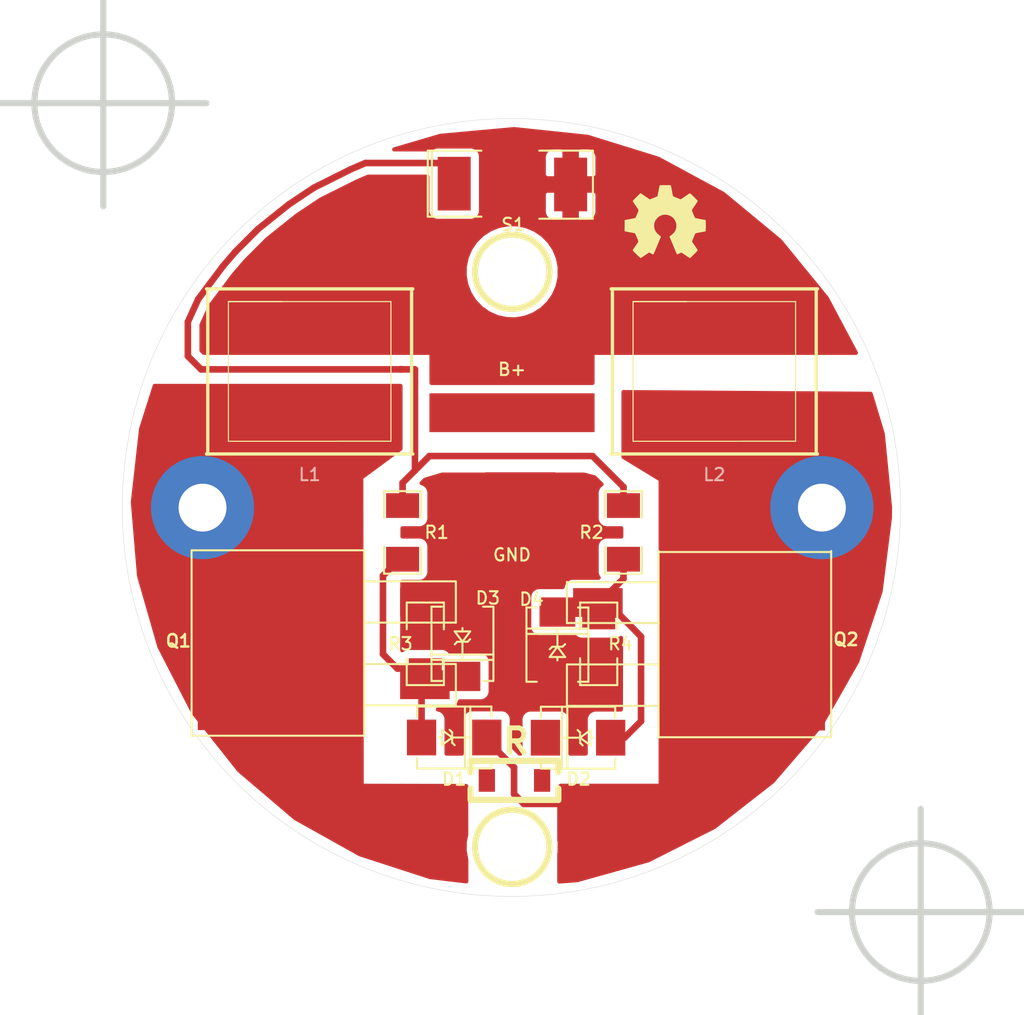
<source format=kicad_pcb>
(kicad_pcb (version 3) (host pcbnew "(2014-jan-25)-product")

  (general
    (links 24)
    (no_connects 1)
    (area 34.29 16.764 97.282 79.248)
    (thickness 1.6002)
    (drawings 3)
    (tracks 57)
    (zones 0)
    (modules 30)
    (nets 8)
  )

  (page A4)
  (title_block
    (title "SMT-ZVS Driver")
    (rev 9J)
  )

  (layers
    (15 Front mixed)
    (0 Back power hide)
    (16 B.Adhes user hide)
    (17 F.Adhes user)
    (18 B.Paste user hide)
    (19 F.Paste user)
    (20 B.SilkS user hide)
    (21 F.SilkS user)
    (22 B.Mask user hide)
    (23 F.Mask user)
    (24 Dwgs.User user)
    (25 Cmts.User user)
    (26 Eco1.User user)
    (27 Eco2.User user)
    (28 Edge.Cuts user)
  )

  (setup
    (last_trace_width 0.4064)
    (user_trace_width 0.6096)
    (user_trace_width 0.8128)
    (user_trace_width 1.2192)
    (trace_clearance 0.3302)
    (zone_clearance 0.508)
    (zone_45_only yes)
    (trace_min 0.3302)
    (segment_width 0.2)
    (edge_width 0.1)
    (via_size 0.889)
    (via_drill 0.3556)
    (via_min_size 0.889)
    (via_min_drill 0.3556)
    (uvia_size 0.508)
    (uvia_drill 0.127)
    (uvias_allowed no)
    (uvia_min_size 0.508)
    (uvia_min_drill 0.127)
    (pcb_text_width 0.3)
    (pcb_text_size 1.5 1.5)
    (mod_edge_width 0.15)
    (mod_text_size 1 1)
    (mod_text_width 0.15)
    (pad_size 6.35 6.35)
    (pad_drill 2.9464)
    (pad_to_mask_clearance 0)
    (aux_axis_origin 0 0)
    (visible_elements FFFFFB9F)
    (pcbplotparams
      (layerselection 283148289)
      (usegerberextensions true)
      (excludeedgelayer true)
      (linewidth 0.150000)
      (plotframeref false)
      (viasonmask false)
      (mode 1)
      (useauxorigin false)
      (hpglpennumber 1)
      (hpglpenspeed 20)
      (hpglpendiameter 15)
      (hpglpenoverlay 0)
      (psnegative false)
      (psa4output false)
      (plotreference true)
      (plotvalue false)
      (plotothertext false)
      (plotinvisibletext false)
      (padsonsilk false)
      (subtractmaskfromsilk true)
      (outputformat 1)
      (mirror false)
      (drillshape 0)
      (scaleselection 1)
      (outputdirectory /home/user/kicad/IH-10/))
  )

  (net 0 "")
  (net 1 +BATT)
  (net 2 GND)
  (net 3 N-000002)
  (net 4 N-000004)
  (net 5 N-000005)
  (net 6 N-000006)
  (net 7 N-000007)

  (net_class Default "This is the default net class."
    (clearance 0.3302)
    (trace_width 0.4064)
    (via_dia 0.889)
    (via_drill 0.3556)
    (uvia_dia 0.508)
    (uvia_drill 0.127)
    (add_net +BATT)
    (add_net GND)
    (add_net N-000002)
    (add_net N-000004)
    (add_net N-000005)
    (add_net N-000006)
    (add_net N-000007)
  )

  (module 1pin locked (layer Front) (tedit 56606DD9) (tstamp 55BCAF6A)
    (at 65.7987 33.4899)
    (descr "module 1 pin (ou trou mecanique de percage)")
    (tags DEV)
    (path 1pin)
    (clearance 1.27)
    (zone_connect 0)
    (fp_text reference mount (at 0 -3.048) (layer F.SilkS) hide
      (effects (font (size 1.016 1.016) (thickness 0.254)))
    )
    (fp_text value P*** (at 0 2.794) (layer F.SilkS) hide
      (effects (font (size 1.016 1.016) (thickness 0.254)))
    )
    (fp_circle (center 0 0) (end 0 -2.286) (layer F.SilkS) (width 0.381))
    (pad "" np_thru_hole circle (at 0 0) (size 3.048 3.048) (drill 3.048) (layers *.Cu F.SilkS F.Mask)
      (zone_connect 0))
  )

  (module SM2112L (layer Front) (tedit 55B7CB13) (tstamp 555E883C)
    (at 65.6844 28.067)
    (attr smd)
    (fp_text reference S1 (at 0.1778 2.5146) (layer F.SilkS)
      (effects (font (size 0.762 0.762) (thickness 0.127)))
    )
    (fp_text value Val** (at -0.889 0 90) (layer F.SilkS) hide
      (effects (font (size 0.762 0.762) (thickness 0.1905)))
    )
    (fp_line (start -5.08 -2.032) (end -5.08 2.032) (layer F.SilkS) (width 0.127))
    (fp_line (start -4.826 -2.032) (end -4.826 2.032) (layer F.SilkS) (width 0.127))
    (fp_line (start -1.778 2.032) (end -5.08 2.032) (layer F.SilkS) (width 0.127))
    (fp_line (start -1.778 -2.032) (end -5.08 -2.032) (layer F.SilkS) (width 0.127))
    (fp_line (start 1.778 -2.032) (end 5.08 -2.032) (layer F.SilkS) (width 0.127))
    (fp_line (start 5.08 -2.032) (end 5.08 2.032) (layer F.SilkS) (width 0.127))
    (fp_line (start 5.08 2.159) (end 1.778 2.159) (layer F.SilkS) (width 0.127))
    (pad 2 smd rect (at 3.7084 0.0508) (size 2.032 3.302) (layers Front F.Paste F.Mask)
      (net 1 +BATT) (zone_connect 1) (thermal_width 1.016) (thermal_gap 0.508))
    (pad 1 smd rect (at -3.4544 0) (size 2.032 3.302) (layers Front F.Paste F.Mask)
      (net 5 N-000005))
    (model smd/chip_cms.wrl
      (at (xyz 0 0 0))
      (scale (xyz 0.3 0.4 0.4))
      (rotate (xyz 0 0 0))
    )
  )

  (module inductor-coilcraft-xal1010-102 (layer Front) (tedit 55B95497) (tstamp 5524B50A)
    (at 53.34 39.624 270)
    (descr "SMD INDUCTOR")
    (tags "SMD INDUCTOR")
    (path /52DDAEDB)
    (attr smd)
    (fp_text reference L1 (at 6.35 0 360) (layer B.SilkS)
      (effects (font (size 0.762 0.762) (thickness 0.127)))
    )
    (fp_text value INDUCTOR (at -1.45796 3.86334 270) (layer B.SilkS) hide
      (effects (font (size 1.27 1.27) (thickness 0.0889)))
    )
    (fp_line (start -4.29768 4.99872) (end -4.29768 1.69926) (layer F.SilkS) (width 0.06604))
    (fp_line (start 4.29768 -1.69926) (end 4.29768 -4.99872) (layer F.SilkS) (width 0.06604))
    (fp_line (start -4.29768 4.99872) (end 4.29768 4.99872) (layer F.SilkS) (width 0.06604))
    (fp_line (start 4.29768 4.99872) (end 4.29768 -4.99872) (layer F.SilkS) (width 0.06604))
    (fp_line (start -4.29768 -4.99872) (end 4.29768 -4.99872) (layer F.SilkS) (width 0.06604))
    (fp_line (start -4.29768 4.99872) (end -4.29768 -4.99872) (layer F.SilkS) (width 0.06604))
    (fp_line (start -5.08 -6.35) (end -5.08 6.35) (layer F.SilkS) (width 0.2032))
    (fp_line (start 5.08 6.35) (end 5.08 -6.35) (layer F.SilkS) (width 0.2032))
    (fp_line (start 5.08 -6.26872) (end -5.08 -6.26872) (layer F.SilkS) (width 0.2032))
    (fp_line (start 5.08 6.26872) (end -5.08 6.26872) (layer F.SilkS) (width 0.2032))
    (pad 1 smd rect (at -3.3274 0 270) (size 2.3876 11.303) (layers Front F.Paste F.Mask)
      (net 1 +BATT))
    (pad 2 smd rect (at 3.3274 0 270) (size 2.3876 11.303) (layers Front F.Paste F.Mask)
      (net 6 N-000006))
  )

  (module via (layer Front) (tedit 55324D26) (tstamp 55324D07)
    (at 72.009 54.61)
    (descr "module 1 pin (ou trou mecanique de percage)")
    (tags DEV)
    (path 1pin)
    (zone_connect 2)
    (fp_text reference "" (at 0 2.54) (layer F.SilkS) hide
      (effects (font (size 1.016 1.016) (thickness 0.254)))
    )
    (fp_text value "" (at 0 2.794) (layer F.SilkS) hide
      (effects (font (size 1.016 1.016) (thickness 0.254)))
    )
  )

  (module via (layer Front) (tedit 55324D10) (tstamp 5520A6B3)
    (at 70.739 54.61)
    (descr "module 1 pin (ou trou mecanique de percage)")
    (tags DEV)
    (path 1pin)
    (zone_connect 2)
    (fp_text reference "" (at 0 2.54) (layer F.SilkS) hide
      (effects (font (size 1.016 1.016) (thickness 0.254)))
    )
    (fp_text value "" (at 0 2.794) (layer F.SilkS) hide
      (effects (font (size 1.016 1.016) (thickness 0.254)))
    )
  )

  (module via (layer Front) (tedit 55324CDF) (tstamp 5520A698)
    (at 72.009 55.626)
    (descr "module 1 pin (ou trou mecanique de percage)")
    (tags DEV)
    (path 1pin)
    (zone_connect 2)
    (fp_text reference "" (at 0 2.54) (layer F.SilkS) hide
      (effects (font (size 1.016 1.016) (thickness 0.254)))
    )
    (fp_text value "" (at 0 2.794) (layer F.SilkS) hide
      (effects (font (size 1.016 1.016) (thickness 0.254)))
    )
  )

  (module via (layer Front) (tedit 55324CD4) (tstamp 5520A6A1)
    (at 70.739 55.626)
    (descr "module 1 pin (ou trou mecanique de percage)")
    (tags DEV)
    (path 1pin)
    (zone_connect 2)
    (fp_text reference "" (at 0 2.54) (layer F.SilkS) hide
      (effects (font (size 1.016 1.016) (thickness 0.254)))
    )
    (fp_text value "" (at 0 2.794) (layer F.SilkS) hide
      (effects (font (size 1.016 1.016) (thickness 0.254)))
    )
  )

  (module via (layer Front) (tedit 55324CAC) (tstamp 5520A6E7)
    (at 60.96 52.07)
    (descr "module 1 pin (ou trou mecanique de percage)")
    (tags DEV)
    (path 1pin)
    (zone_connect 2)
    (fp_text reference "" (at 0 2.54) (layer F.SilkS) hide
      (effects (font (size 1.016 1.016) (thickness 0.254)))
    )
    (fp_text value "" (at 0 2.794) (layer F.SilkS) hide
      (effects (font (size 1.016 1.016) (thickness 0.254)))
    )
  )

  (module via (layer Front) (tedit 55324CBB) (tstamp 551F435C)
    (at 62.23 52.07)
    (descr "module 1 pin (ou trou mecanique de percage)")
    (tags DEV)
    (path 1pin)
    (zone_connect 2)
    (fp_text reference "" (at 0 2.54) (layer F.SilkS) hide
      (effects (font (size 1.016 1.016) (thickness 0.254)))
    )
    (fp_text value "" (at 0 2.794) (layer F.SilkS) hide
      (effects (font (size 1.016 1.016) (thickness 0.254)))
    )
  )

  (module via (layer Front) (tedit 55324CC1) (tstamp 551F4353)
    (at 62.23 53.086)
    (descr "module 1 pin (ou trou mecanique de percage)")
    (tags DEV)
    (path 1pin)
    (zone_connect 2)
    (fp_text reference "" (at 0 2.54) (layer F.SilkS) hide
      (effects (font (size 1.016 1.016) (thickness 0.254)))
    )
    (fp_text value "" (at 0 2.794) (layer F.SilkS) hide
      (effects (font (size 1.016 1.016) (thickness 0.254)))
    )
  )

  (module DO214 (layer Front) (tedit 55B94DB6) (tstamp 52E43FF0)
    (at 62.738 56.388 270)
    (descr "DO214AC PACKAGE. MONODIRECTIONAL.")
    (tags "DO214AC PACKAGE. MONODIRECTIONAL.")
    (path /52DDB1BE)
    (attr smd)
    (fp_text reference D3 (at -2.8194 -1.5621 360) (layer F.SilkS)
      (effects (font (size 0.762 0.762) (thickness 0.127)))
    )
    (fp_text value ZENER (at 0.254 2.921 270) (layer F.SilkS) hide
      (effects (font (size 1.27 1.27) (thickness 0.0889)))
    )
    (fp_line (start -0.762 0) (end -0.9652 0) (layer F.SilkS) (width 0.127))
    (fp_line (start -2.286 -1.905) (end 2.286 -1.905) (layer F.SilkS) (width 0.127))
    (fp_line (start 2.286 -1.905) (end 2.286 -1.27) (layer F.SilkS) (width 0.127))
    (fp_line (start 0.6604 1.905) (end 0.6604 -1.905) (layer F.SilkS) (width 0.127))
    (fp_line (start 0.9906 1.905) (end 0.9906 -1.905) (layer F.SilkS) (width 0.127))
    (fp_line (start -2.286 1.27) (end -2.286 1.905) (layer F.SilkS) (width 0.127))
    (fp_line (start -2.286 1.905) (end 2.286 1.905) (layer F.SilkS) (width 0.127))
    (fp_line (start 2.286 1.905) (end 2.286 1.27) (layer F.SilkS) (width 0.127))
    (fp_line (start -2.286 -1.27) (end -2.286 -1.905) (layer F.SilkS) (width 0.127))
    (fp_line (start -0.127 0) (end -0.762 -0.47498) (layer F.SilkS) (width 0.127))
    (fp_line (start -0.762 -0.47498) (end -0.762 0) (layer F.SilkS) (width 0.127))
    (fp_line (start -0.762 0) (end -0.762 0.47498) (layer F.SilkS) (width 0.127))
    (fp_line (start -0.762 0.47498) (end -0.127 0) (layer F.SilkS) (width 0.127))
    (fp_line (start -0.127 0) (end -0.127 -0.3175) (layer F.SilkS) (width 0.127))
    (fp_line (start -0.127 -0.3175) (end -0.28448 -0.47498) (layer F.SilkS) (width 0.127))
    (fp_line (start -0.127 0) (end -0.127 0.3175) (layer F.SilkS) (width 0.127))
    (fp_line (start -0.127 0.3175) (end 0.03048 0.47498) (layer F.SilkS) (width 0.127))
    (fp_line (start -0.127 0) (end 0.98298 0) (layer F.SilkS) (width 0.127))
    (pad 1 smd rect (at -2.0066 0 270) (size 1.80086 2.19964) (layers Front F.Paste F.Mask)
      (net 2 GND))
    (pad 2 smd rect (at 2.0066 0 270) (size 1.80086 2.19964) (layers Front F.Paste F.Mask)
      (net 4 N-000004))
    (model smd/do214.wrl
      (at (xyz 0 0 0))
      (scale (xyz 1 1 1))
      (rotate (xyz 0 0 0))
    )
  )

  (module DO214 (layer Front) (tedit 55B94DD8) (tstamp 5516D487)
    (at 68.58 56.4388 90)
    (descr "DO214AC PACKAGE. MONODIRECTIONAL.")
    (tags "DO214AC PACKAGE. MONODIRECTIONAL.")
    (path /52DDB1DC)
    (attr smd)
    (fp_text reference D4 (at 2.794 -1.5875 180) (layer F.SilkS)
      (effects (font (size 0.762 0.762) (thickness 0.127)))
    )
    (fp_text value ZENER (at 0.254 2.921 90) (layer F.SilkS) hide
      (effects (font (size 1.27 1.27) (thickness 0.0889)))
    )
    (fp_line (start -0.762 0) (end -0.9652 0) (layer F.SilkS) (width 0.127))
    (fp_line (start -2.286 -1.905) (end 2.286 -1.905) (layer F.SilkS) (width 0.127))
    (fp_line (start 2.286 -1.905) (end 2.286 -1.27) (layer F.SilkS) (width 0.127))
    (fp_line (start 0.6604 1.905) (end 0.6604 -1.905) (layer F.SilkS) (width 0.127))
    (fp_line (start 0.9906 1.905) (end 0.9906 -1.905) (layer F.SilkS) (width 0.127))
    (fp_line (start -2.286 1.27) (end -2.286 1.905) (layer F.SilkS) (width 0.127))
    (fp_line (start -2.286 1.905) (end 2.286 1.905) (layer F.SilkS) (width 0.127))
    (fp_line (start 2.286 1.905) (end 2.286 1.27) (layer F.SilkS) (width 0.127))
    (fp_line (start -2.286 -1.27) (end -2.286 -1.905) (layer F.SilkS) (width 0.127))
    (fp_line (start -0.127 0) (end -0.762 -0.47498) (layer F.SilkS) (width 0.127))
    (fp_line (start -0.762 -0.47498) (end -0.762 0) (layer F.SilkS) (width 0.127))
    (fp_line (start -0.762 0) (end -0.762 0.47498) (layer F.SilkS) (width 0.127))
    (fp_line (start -0.762 0.47498) (end -0.127 0) (layer F.SilkS) (width 0.127))
    (fp_line (start -0.127 0) (end -0.127 -0.3175) (layer F.SilkS) (width 0.127))
    (fp_line (start -0.127 -0.3175) (end -0.28448 -0.47498) (layer F.SilkS) (width 0.127))
    (fp_line (start -0.127 0) (end -0.127 0.3175) (layer F.SilkS) (width 0.127))
    (fp_line (start -0.127 0.3175) (end 0.03048 0.47498) (layer F.SilkS) (width 0.127))
    (fp_line (start -0.127 0) (end 0.98298 0) (layer F.SilkS) (width 0.127))
    (pad 1 smd rect (at -2.0066 0 90) (size 1.80086 2.19964) (layers Front F.Paste F.Mask)
      (net 2 GND))
    (pad 2 smd rect (at 2.0066 0 90) (size 1.80086 2.19964) (layers Front F.Paste F.Mask)
      (net 3 N-000002))
    (model smd/do214.wrl
      (at (xyz 0 0 0))
      (scale (xyz 1 1 1))
      (rotate (xyz 0 0 0))
    )
  )

  (module SM1206 (layer Front) (tedit 559595B2) (tstamp 52AB74E6)
    (at 72.644 49.53 270)
    (path /52DDB78E)
    (attr smd)
    (fp_text reference R2 (at 0 1.9685 360) (layer F.SilkS)
      (effects (font (size 0.762 0.762) (thickness 0.127)))
    )
    (fp_text value 270 (at 0 0 270) (layer F.SilkS) hide
      (effects (font (size 0.762 0.762) (thickness 0.127)))
    )
    (fp_line (start -2.54 -1.143) (end -2.54 1.143) (layer F.SilkS) (width 0.127))
    (fp_line (start -2.54 1.143) (end -0.889 1.143) (layer F.SilkS) (width 0.127))
    (fp_line (start 0.889 -1.143) (end 2.54 -1.143) (layer F.SilkS) (width 0.127))
    (fp_line (start 2.54 -1.143) (end 2.54 1.143) (layer F.SilkS) (width 0.127))
    (fp_line (start 2.54 1.143) (end 0.889 1.143) (layer F.SilkS) (width 0.127))
    (fp_line (start -0.889 -1.143) (end -2.54 -1.143) (layer F.SilkS) (width 0.127))
    (pad 1 smd rect (at -1.651 0 270) (size 1.524 2.032) (layers Front F.Paste F.Mask)
      (net 5 N-000005))
    (pad 2 smd rect (at 1.651 0 270) (size 1.524 2.032) (layers Front F.Paste F.Mask)
      (net 3 N-000002))
    (model smd/chip_cms.wrl
      (at (xyz 0 0 0))
      (scale (xyz 0.17 0.16 0.16))
      (rotate (xyz 0 0 0))
    )
  )

  (module DO214 (layer Front) (tedit 566075AB) (tstamp 55BA6259)
    (at 69.85 62.1665 180)
    (descr "DO214AC PACKAGE. MONODIRECTIONAL.")
    (tags "DO214AC PACKAGE. MONODIRECTIONAL.")
    (path /52DDB383)
    (attr smd)
    (fp_text reference D2 (at -0.0381 -2.5527 180) (layer F.SilkS)
      (effects (font (size 0.762 0.762) (thickness 0.127)))
    )
    (fp_text value DIODE (at 0.254 2.921 180) (layer F.SilkS) hide
      (effects (font (size 1.27 1.27) (thickness 0.0889)))
    )
    (fp_line (start -0.762 0) (end -0.9652 0) (layer F.SilkS) (width 0.127))
    (fp_line (start -2.286 -1.905) (end 2.286 -1.905) (layer F.SilkS) (width 0.127))
    (fp_line (start 2.286 -1.905) (end 2.286 -1.27) (layer F.SilkS) (width 0.127))
    (fp_line (start 0.6604 1.905) (end 0.6604 -1.905) (layer F.SilkS) (width 0.127))
    (fp_line (start 0.9906 1.905) (end 0.9906 -1.905) (layer F.SilkS) (width 0.127))
    (fp_line (start -2.286 1.27) (end -2.286 1.905) (layer F.SilkS) (width 0.127))
    (fp_line (start -2.286 1.905) (end 2.286 1.905) (layer F.SilkS) (width 0.127))
    (fp_line (start 2.286 1.905) (end 2.286 1.27) (layer F.SilkS) (width 0.127))
    (fp_line (start -2.286 -1.27) (end -2.286 -1.905) (layer F.SilkS) (width 0.127))
    (fp_line (start -0.127 0) (end -0.762 -0.47498) (layer F.SilkS) (width 0.127))
    (fp_line (start -0.762 -0.47498) (end -0.762 0) (layer F.SilkS) (width 0.127))
    (fp_line (start -0.762 0) (end -0.762 0.47498) (layer F.SilkS) (width 0.127))
    (fp_line (start -0.762 0.47498) (end -0.127 0) (layer F.SilkS) (width 0.127))
    (fp_line (start -0.127 0) (end -0.127 -0.3175) (layer F.SilkS) (width 0.127))
    (fp_line (start -0.127 -0.3175) (end -0.28448 -0.47498) (layer F.SilkS) (width 0.127))
    (fp_line (start -0.127 0) (end -0.127 0.3175) (layer F.SilkS) (width 0.127))
    (fp_line (start -0.127 0.3175) (end 0.03048 0.47498) (layer F.SilkS) (width 0.127))
    (fp_line (start -0.127 0) (end 0.98298 0) (layer F.SilkS) (width 0.127))
    (pad 1 smd rect (at -2.0066 0 180) (size 1.80086 2.19964) (layers Front F.Paste F.Mask)
      (net 3 N-000002))
    (pad 2 smd rect (at 2.0066 0 180) (size 1.80086 2.19964) (layers Front F.Paste F.Mask)
      (net 6 N-000006))
    (model smd/do214.wrl
      (at (xyz 0 0 0))
      (scale (xyz 1 1 1))
      (rotate (xyz 0 0 0))
    )
  )

  (module DO214 (layer Front) (tedit 55B94E14) (tstamp 52AB7D18)
    (at 62.23 62.1538)
    (descr "DO214AC PACKAGE. MONODIRECTIONAL.")
    (tags "DO214AC PACKAGE. MONODIRECTIONAL.")
    (path /52DDB301)
    (attr smd)
    (fp_text reference D1 (at 0 2.5654) (layer F.SilkS)
      (effects (font (size 0.762 0.762) (thickness 0.127)))
    )
    (fp_text value DIODE (at 0.254 2.921) (layer F.SilkS) hide
      (effects (font (size 1.27 1.27) (thickness 0.0889)))
    )
    (fp_line (start -0.762 0) (end -0.9652 0) (layer F.SilkS) (width 0.127))
    (fp_line (start -2.286 -1.905) (end 2.286 -1.905) (layer F.SilkS) (width 0.127))
    (fp_line (start 2.286 -1.905) (end 2.286 -1.27) (layer F.SilkS) (width 0.127))
    (fp_line (start 0.6604 1.905) (end 0.6604 -1.905) (layer F.SilkS) (width 0.127))
    (fp_line (start 0.9906 1.905) (end 0.9906 -1.905) (layer F.SilkS) (width 0.127))
    (fp_line (start -2.286 1.27) (end -2.286 1.905) (layer F.SilkS) (width 0.127))
    (fp_line (start -2.286 1.905) (end 2.286 1.905) (layer F.SilkS) (width 0.127))
    (fp_line (start 2.286 1.905) (end 2.286 1.27) (layer F.SilkS) (width 0.127))
    (fp_line (start -2.286 -1.27) (end -2.286 -1.905) (layer F.SilkS) (width 0.127))
    (fp_line (start -0.127 0) (end -0.762 -0.47498) (layer F.SilkS) (width 0.127))
    (fp_line (start -0.762 -0.47498) (end -0.762 0) (layer F.SilkS) (width 0.127))
    (fp_line (start -0.762 0) (end -0.762 0.47498) (layer F.SilkS) (width 0.127))
    (fp_line (start -0.762 0.47498) (end -0.127 0) (layer F.SilkS) (width 0.127))
    (fp_line (start -0.127 0) (end -0.127 -0.3175) (layer F.SilkS) (width 0.127))
    (fp_line (start -0.127 -0.3175) (end -0.28448 -0.47498) (layer F.SilkS) (width 0.127))
    (fp_line (start -0.127 0) (end -0.127 0.3175) (layer F.SilkS) (width 0.127))
    (fp_line (start -0.127 0.3175) (end 0.03048 0.47498) (layer F.SilkS) (width 0.127))
    (fp_line (start -0.127 0) (end 0.98298 0) (layer F.SilkS) (width 0.127))
    (pad 1 smd rect (at -2.0066 0) (size 1.80086 2.19964) (layers Front F.Paste F.Mask)
      (net 4 N-000004))
    (pad 2 smd rect (at 2.0066 0) (size 1.80086 2.19964) (layers Front F.Paste F.Mask)
      (net 7 N-000007))
    (model smd/do214.wrl
      (at (xyz 0 0 0))
      (scale (xyz 1 1 1))
      (rotate (xyz 0 0 0))
    )
  )

  (module SM1206 (layer Front) (tedit 55959627) (tstamp 531E1973)
    (at 60.452 56.388 90)
    (path /531E1DC6)
    (attr smd)
    (fp_text reference R3 (at 0 -1.524 180) (layer F.SilkS)
      (effects (font (size 0.762 0.762) (thickness 0.127)))
    )
    (fp_text value 10K (at 0 0 90) (layer F.SilkS) hide
      (effects (font (size 0.762 0.762) (thickness 0.127)))
    )
    (fp_line (start -2.54 -1.143) (end -2.54 1.143) (layer F.SilkS) (width 0.127))
    (fp_line (start -2.54 1.143) (end -0.889 1.143) (layer F.SilkS) (width 0.127))
    (fp_line (start 0.889 -1.143) (end 2.54 -1.143) (layer F.SilkS) (width 0.127))
    (fp_line (start 2.54 -1.143) (end 2.54 1.143) (layer F.SilkS) (width 0.127))
    (fp_line (start 2.54 1.143) (end 0.889 1.143) (layer F.SilkS) (width 0.127))
    (fp_line (start -0.889 -1.143) (end -2.54 -1.143) (layer F.SilkS) (width 0.127))
    (pad 1 smd rect (at -1.651 0 90) (size 1.524 2.032) (layers Front F.Paste F.Mask)
      (net 4 N-000004))
    (pad 2 smd rect (at 1.651 0 90) (size 1.524 2.032) (layers Front F.Paste F.Mask)
      (net 2 GND))
    (model smd/chip_cms.wrl
      (at (xyz 0 0 0))
      (scale (xyz 0.17 0.16 0.16))
      (rotate (xyz 0 0 0))
    )
  )

  (module SM1206 (layer Front) (tedit 55959640) (tstamp 531E1CCB)
    (at 71.12 56.388 270)
    (path /531E1DD4)
    (attr smd)
    (fp_text reference R4 (at 0 -1.3335 360) (layer F.SilkS)
      (effects (font (size 0.762 0.762) (thickness 0.127)))
    )
    (fp_text value 10K (at 0 0 270) (layer F.SilkS) hide
      (effects (font (size 0.762 0.762) (thickness 0.127)))
    )
    (fp_line (start -2.54 -1.143) (end -2.54 1.143) (layer F.SilkS) (width 0.127))
    (fp_line (start -2.54 1.143) (end -0.889 1.143) (layer F.SilkS) (width 0.127))
    (fp_line (start 0.889 -1.143) (end 2.54 -1.143) (layer F.SilkS) (width 0.127))
    (fp_line (start 2.54 -1.143) (end 2.54 1.143) (layer F.SilkS) (width 0.127))
    (fp_line (start 2.54 1.143) (end 0.889 1.143) (layer F.SilkS) (width 0.127))
    (fp_line (start -0.889 -1.143) (end -2.54 -1.143) (layer F.SilkS) (width 0.127))
    (pad 1 smd rect (at -1.651 0 270) (size 1.524 2.032) (layers Front F.Paste F.Mask)
      (net 3 N-000002))
    (pad 2 smd rect (at 1.651 0 270) (size 1.524 2.032) (layers Front F.Paste F.Mask)
      (net 2 GND))
    (model smd/chip_cms.wrl
      (at (xyz 0 0 0))
      (scale (xyz 0.17 0.16 0.16))
      (rotate (xyz 0 0 0))
    )
  )

  (module SM1206 (layer Front) (tedit 55959597) (tstamp 5388EA5B)
    (at 59.055 49.53 270)
    (path /52DDB77B)
    (attr smd)
    (fp_text reference R1 (at 0 -2.0955 360) (layer F.SilkS)
      (effects (font (size 0.762 0.762) (thickness 0.127)))
    )
    (fp_text value 270 (at 0 0 270) (layer F.SilkS) hide
      (effects (font (size 0.762 0.762) (thickness 0.127)))
    )
    (fp_line (start -2.54 -1.143) (end -2.54 1.143) (layer F.SilkS) (width 0.127))
    (fp_line (start -2.54 1.143) (end -0.889 1.143) (layer F.SilkS) (width 0.127))
    (fp_line (start 0.889 -1.143) (end 2.54 -1.143) (layer F.SilkS) (width 0.127))
    (fp_line (start 2.54 -1.143) (end 2.54 1.143) (layer F.SilkS) (width 0.127))
    (fp_line (start 2.54 1.143) (end 0.889 1.143) (layer F.SilkS) (width 0.127))
    (fp_line (start -0.889 -1.143) (end -2.54 -1.143) (layer F.SilkS) (width 0.127))
    (pad 1 smd rect (at -1.651 0 270) (size 1.524 2.032) (layers Front F.Paste F.Mask)
      (net 5 N-000005))
    (pad 2 smd rect (at 1.651 0 270) (size 1.524 2.032) (layers Front F.Paste F.Mask)
      (net 4 N-000004))
    (model smd/chip_cms.wrl
      (at (xyz 0 0 0))
      (scale (xyz 0.17 0.16 0.16))
      (rotate (xyz 0 0 0))
    )
  )

  (module via (layer Front) (tedit 55324CCB) (tstamp 5518EDB0)
    (at 59.944 55.372)
    (descr "module 1 pin (ou trou mecanique de percage)")
    (tags DEV)
    (path 1pin)
    (zone_connect 2)
    (fp_text reference "" (at 0 2.54) (layer F.SilkS) hide
      (effects (font (size 1.016 1.016) (thickness 0.254)))
    )
    (fp_text value "" (at 0 2.794) (layer F.SilkS) hide
      (effects (font (size 1.016 1.016) (thickness 0.254)))
    )
  )

  (module via (layer Front) (tedit 552459C5) (tstamp 5518EDC2)
    (at 67.564 61.468)
    (descr "module 1 pin (ou trou mecanique de percage)")
    (tags DEV)
    (path 1pin)
    (zone_connect 2)
    (fp_text reference "" (at 0 2.54) (layer F.SilkS) hide
      (effects (font (size 1.016 1.016) (thickness 0.254)))
    )
    (fp_text value "" (at 0 2.794) (layer F.SilkS) hide
      (effects (font (size 1.016 1.016) (thickness 0.254)))
    )
  )

  (module via (layer Front) (tedit 552459D2) (tstamp 5518EDCB)
    (at 71.882 56.388)
    (descr "module 1 pin (ou trou mecanique de percage)")
    (tags DEV)
    (path 1pin)
    (zone_connect 2)
    (fp_text reference "" (at 0 2.54) (layer F.SilkS) hide
      (effects (font (size 1.016 1.016) (thickness 0.254)))
    )
    (fp_text value "" (at 0 2.794) (layer F.SilkS) hide
      (effects (font (size 1.016 1.016) (thickness 0.254)))
    )
  )

  (module inductor-coilcraft-xal1010-102 (layer Front) (tedit 55B954BC) (tstamp 5521D631)
    (at 78.232 39.624 270)
    (descr "SMD INDUCTOR")
    (tags "SMD INDUCTOR")
    (path /52DDAEDB)
    (attr smd)
    (fp_text reference L2 (at 6.35 0 360) (layer B.SilkS)
      (effects (font (size 0.762 0.762) (thickness 0.127)))
    )
    (fp_text value INDUCTOR (at -1.45796 3.86334 270) (layer B.SilkS) hide
      (effects (font (size 1.27 1.27) (thickness 0.0889)))
    )
    (fp_line (start -4.29768 4.99872) (end -4.29768 1.69926) (layer F.SilkS) (width 0.06604))
    (fp_line (start 4.29768 -1.69926) (end 4.29768 -4.99872) (layer F.SilkS) (width 0.06604))
    (fp_line (start -4.29768 4.99872) (end 4.29768 4.99872) (layer F.SilkS) (width 0.06604))
    (fp_line (start 4.29768 4.99872) (end 4.29768 -4.99872) (layer F.SilkS) (width 0.06604))
    (fp_line (start -4.29768 -4.99872) (end 4.29768 -4.99872) (layer F.SilkS) (width 0.06604))
    (fp_line (start -4.29768 4.99872) (end -4.29768 -4.99872) (layer F.SilkS) (width 0.06604))
    (fp_line (start -5.08 -6.35) (end -5.08 6.35) (layer F.SilkS) (width 0.2032))
    (fp_line (start 5.08 6.35) (end 5.08 -6.35) (layer F.SilkS) (width 0.2032))
    (fp_line (start 5.08 -6.26872) (end -5.08 -6.26872) (layer F.SilkS) (width 0.2032))
    (fp_line (start 5.08 6.26872) (end -5.08 6.26872) (layer F.SilkS) (width 0.2032))
    (pad 1 smd rect (at -3.3274 0 270) (size 2.3876 11.303) (layers Front F.Paste F.Mask)
      (net 1 +BATT))
    (pad 2 smd rect (at 3.3274 0 270) (size 2.3876 11.303) (layers Front F.Paste F.Mask)
      (net 7 N-000007))
  )

  (module 1pin locked (layer Front) (tedit 56606DF9) (tstamp 55874155)
    (at 65.7987 68.8848)
    (descr "module 1 pin (ou trou mecanique de percage)")
    (tags DEV)
    (path 1pin)
    (clearance 1.27)
    (zone_connect 0)
    (fp_text reference mount (at 0 -3.048) (layer F.SilkS) hide
      (effects (font (size 1.016 1.016) (thickness 0.254)))
    )
    (fp_text value P*** (at 0 2.794) (layer F.SilkS) hide
      (effects (font (size 1.016 1.016) (thickness 0.254)))
    )
    (fp_circle (center 0 0) (end 0 -2.286) (layer F.SilkS) (width 0.381))
    (pad "" np_thru_hole circle (at 0 0) (size 3.048 3.048) (drill 3.048) (layers *.Cu F.SilkS F.Mask)
      (zone_connect 0))
  )

  (module OSHW-logo_silkscreen-front_5mm (layer Front) (tedit 0) (tstamp 55BA60EB)
    (at 75.2094 30.4038)
    (fp_text reference G*** (at 0 2.65176) (layer F.SilkS) hide
      (effects (font (size 0.22606 0.22606) (thickness 0.04318)))
    )
    (fp_text value OSHW-logo_silkscreen-front_5mm (at 0 -2.65176) (layer F.SilkS) hide
      (effects (font (size 0.22606 0.22606) (thickness 0.04318)))
    )
    (fp_poly (pts (xy -1.51384 2.24536) (xy -1.48844 2.23012) (xy -1.43002 2.19456) (xy -1.3462 2.13868)
      (xy -1.24714 2.07264) (xy -1.14808 2.0066) (xy -1.0668 1.95326) (xy -1.01092 1.91516)
      (xy -0.98552 1.90246) (xy -0.97282 1.90754) (xy -0.9271 1.9304) (xy -0.85852 1.96596)
      (xy -0.81788 1.98628) (xy -0.75692 2.01168) (xy -0.7239 2.0193) (xy -0.71882 2.00914)
      (xy -0.69596 1.96088) (xy -0.6604 1.8796) (xy -0.61468 1.77038) (xy -0.5588 1.64338)
      (xy -0.50292 1.50876) (xy -0.4445 1.36906) (xy -0.38862 1.23444) (xy -0.34036 1.11506)
      (xy -0.29972 1.01854) (xy -0.27432 0.94996) (xy -0.26416 0.92202) (xy -0.2667 0.9144)
      (xy -0.29972 0.88392) (xy -0.35306 0.84328) (xy -0.47244 0.74676) (xy -0.58928 0.60198)
      (xy -0.6604 0.43688) (xy -0.68326 0.25146) (xy -0.66294 0.08128) (xy -0.5969 -0.08128)
      (xy -0.4826 -0.2286) (xy -0.3429 -0.33782) (xy -0.18034 -0.4064) (xy 0 -0.42926)
      (xy 0.17272 -0.40894) (xy 0.34036 -0.3429) (xy 0.48768 -0.23114) (xy 0.55118 -0.16002)
      (xy 0.63754 -0.01016) (xy 0.6858 0.14732) (xy 0.69088 0.18796) (xy 0.68326 0.36322)
      (xy 0.63246 0.5334) (xy 0.53848 0.68326) (xy 0.40894 0.80772) (xy 0.3937 0.81788)
      (xy 0.33528 0.8636) (xy 0.29464 0.89408) (xy 0.26416 0.91948) (xy 0.48768 1.45796)
      (xy 0.52324 1.54178) (xy 0.5842 1.6891) (xy 0.63754 1.8161) (xy 0.68072 1.9177)
      (xy 0.7112 1.98374) (xy 0.7239 2.01168) (xy 0.7239 2.01422) (xy 0.74422 2.01676)
      (xy 0.78486 2.00152) (xy 0.86106 1.96596) (xy 0.90932 1.94056) (xy 0.96774 1.91262)
      (xy 0.99314 1.90246) (xy 1.016 1.91516) (xy 1.06934 1.95072) (xy 1.15062 2.00406)
      (xy 1.24714 2.06756) (xy 1.33858 2.13106) (xy 1.4224 2.18694) (xy 1.48336 2.22504)
      (xy 1.51384 2.24282) (xy 1.51892 2.24282) (xy 1.54432 2.22758) (xy 1.59258 2.18694)
      (xy 1.66624 2.11836) (xy 1.77038 2.01422) (xy 1.78562 1.99898) (xy 1.87198 1.91262)
      (xy 1.94056 1.83896) (xy 1.98628 1.78816) (xy 2.00406 1.7653) (xy 2.00406 1.7653)
      (xy 1.98882 1.73482) (xy 1.95072 1.67386) (xy 1.89484 1.5875) (xy 1.82626 1.48844)
      (xy 1.64846 1.22936) (xy 1.74498 0.98552) (xy 1.77546 0.90932) (xy 1.81356 0.82042)
      (xy 1.8415 0.75438) (xy 1.85674 0.72644) (xy 1.88214 0.71628) (xy 1.95072 0.70104)
      (xy 2.04724 0.68072) (xy 2.16154 0.6604) (xy 2.2733 0.64008) (xy 2.37236 0.61976)
      (xy 2.44348 0.60706) (xy 2.4765 0.59944) (xy 2.48412 0.59436) (xy 2.49174 0.57912)
      (xy 2.49428 0.5461) (xy 2.49682 0.48514) (xy 2.49936 0.39116) (xy 2.49936 0.25146)
      (xy 2.49936 0.23622) (xy 2.49682 0.10668) (xy 2.49428 0) (xy 2.49174 -0.06604)
      (xy 2.48666 -0.09398) (xy 2.48666 -0.09398) (xy 2.45618 -0.1016) (xy 2.38506 -0.11684)
      (xy 2.286 -0.13462) (xy 2.16662 -0.15748) (xy 2.159 -0.16002) (xy 2.04216 -0.18288)
      (xy 1.9431 -0.2032) (xy 1.87198 -0.21844) (xy 1.84404 -0.2286) (xy 1.83642 -0.23622)
      (xy 1.81356 -0.28194) (xy 1.78054 -0.3556) (xy 1.7399 -0.4445) (xy 1.7018 -0.53848)
      (xy 1.66878 -0.6223) (xy 1.64592 -0.68326) (xy 1.6383 -0.7112) (xy 1.64084 -0.71374)
      (xy 1.65862 -0.74168) (xy 1.69926 -0.80264) (xy 1.75514 -0.88646) (xy 1.82372 -0.98806)
      (xy 1.8288 -0.99568) (xy 1.89738 -1.09474) (xy 1.95326 -1.1811) (xy 1.98882 -1.23952)
      (xy 2.00406 -1.26746) (xy 2.00406 -1.27) (xy 1.9812 -1.30048) (xy 1.9304 -1.35636)
      (xy 1.85674 -1.43256) (xy 1.77038 -1.52146) (xy 1.74244 -1.54686) (xy 1.64338 -1.64338)
      (xy 1.57734 -1.70434) (xy 1.53416 -1.73736) (xy 1.51384 -1.74498) (xy 1.51384 -1.74498)
      (xy 1.48336 -1.7272) (xy 1.41986 -1.68656) (xy 1.33604 -1.62814) (xy 1.23444 -1.55956)
      (xy 1.22682 -1.55448) (xy 1.12776 -1.4859) (xy 1.04394 -1.43002) (xy 0.98552 -1.38938)
      (xy 0.95758 -1.37414) (xy 0.95504 -1.37414) (xy 0.9144 -1.38684) (xy 0.84328 -1.41224)
      (xy 0.75438 -1.44526) (xy 0.66294 -1.48336) (xy 0.57912 -1.51892) (xy 0.51562 -1.54686)
      (xy 0.48514 -1.56464) (xy 0.48514 -1.56464) (xy 0.47498 -1.6002) (xy 0.4572 -1.6764)
      (xy 0.43688 -1.778) (xy 0.41148 -1.89992) (xy 0.40894 -1.92024) (xy 0.38608 -2.03962)
      (xy 0.3683 -2.13868) (xy 0.35306 -2.20726) (xy 0.34544 -2.2352) (xy 0.3302 -2.23774)
      (xy 0.27178 -2.24282) (xy 0.18288 -2.24536) (xy 0.07366 -2.24536) (xy -0.0381 -2.24536)
      (xy -0.14732 -2.24282) (xy -0.2413 -2.24028) (xy -0.30988 -2.2352) (xy -0.33782 -2.23012)
      (xy -0.33782 -2.22758) (xy -0.34798 -2.18948) (xy -0.36576 -2.11582) (xy -0.38608 -2.01168)
      (xy -0.40894 -1.88976) (xy -0.41402 -1.8669) (xy -0.43688 -1.75006) (xy -0.4572 -1.651)
      (xy -0.4699 -1.58496) (xy -0.47752 -1.55702) (xy -0.49022 -1.55194) (xy -0.53848 -1.53162)
      (xy -0.61722 -1.4986) (xy -0.71628 -1.45796) (xy -0.94488 -1.36652) (xy -1.22682 -1.55702)
      (xy -1.25222 -1.5748) (xy -1.35382 -1.64338) (xy -1.4351 -1.69926) (xy -1.49352 -1.73736)
      (xy -1.51638 -1.75006) (xy -1.51892 -1.75006) (xy -1.54686 -1.72466) (xy -1.60274 -1.67132)
      (xy -1.67894 -1.59766) (xy -1.76784 -1.5113) (xy -1.83134 -1.44526) (xy -1.91008 -1.36652)
      (xy -1.95834 -1.31318) (xy -1.98628 -1.28016) (xy -1.9939 -1.25984) (xy -1.99136 -1.2446)
      (xy -1.97358 -1.21666) (xy -1.93294 -1.1557) (xy -1.87452 -1.06934) (xy -1.80594 -0.97028)
      (xy -1.75006 -0.88646) (xy -1.6891 -0.79248) (xy -1.651 -0.72644) (xy -1.63576 -0.69342)
      (xy -1.64084 -0.68072) (xy -1.65862 -0.62484) (xy -1.69418 -0.54102) (xy -1.73482 -0.44196)
      (xy -1.83388 -0.22098) (xy -1.97866 -0.19304) (xy -2.06756 -0.17526) (xy -2.18948 -0.1524)
      (xy -2.30886 -0.12954) (xy -2.49174 -0.09398) (xy -2.49936 0.58166) (xy -2.47142 0.59436)
      (xy -2.44348 0.60198) (xy -2.3749 0.61722) (xy -2.27838 0.63754) (xy -2.16154 0.65786)
      (xy -2.06502 0.67564) (xy -1.96596 0.69596) (xy -1.89484 0.70866) (xy -1.86436 0.71628)
      (xy -1.8542 0.72644) (xy -1.83134 0.7747) (xy -1.79578 0.8509) (xy -1.75514 0.94234)
      (xy -1.71704 1.03632) (xy -1.68148 1.12522) (xy -1.65862 1.19126) (xy -1.64846 1.22428)
      (xy -1.66116 1.25222) (xy -1.69926 1.31064) (xy -1.7526 1.39192) (xy -1.82118 1.49098)
      (xy -1.88722 1.5875) (xy -1.94564 1.67132) (xy -1.98374 1.73228) (xy -2.00152 1.76022)
      (xy -1.99136 1.778) (xy -1.95326 1.82626) (xy -1.8796 1.90246) (xy -1.76784 2.01168)
      (xy -1.75006 2.02946) (xy -1.6637 2.11328) (xy -1.59004 2.18186) (xy -1.5367 2.22758)
      (xy -1.51384 2.24536)) (layer F.SilkS) (width 0.00254))
  )

  (module mystuff:DPAKGDS-Q1 (layer Front) (tedit 56609863) (tstamp 56667635)
    (at 60.4266 56.3626 90)
    (tags "CMS DPACK")
    (path /52DDB130)
    (zone_connect 2)
    (fp_text reference Q1 (at 0.1524 -15.1638 180) (layer F.SilkS)
      (effects (font (size 0.762 0.762) (thickness 0.1524)))
    )
    (fp_text value MOSFET_N (at 0.01 -2.55 90) (layer F.SilkS) hide
      (effects (font (size 1.27 1.27) (thickness 0.1524)))
    )
    (fp_line (start 5.73 -3.73) (end 5.73 -14.35) (layer F.SilkS) (width 0.127))
    (fp_line (start -5.68 -3.73) (end -5.68 -14.33) (layer F.SilkS) (width 0.127))
    (fp_line (start 3.82 1.89) (end 3.82 -3.71) (layer F.SilkS) (width 0.127))
    (fp_line (start 1.28 1.9) (end 1.28 -3.72) (layer F.SilkS) (width 0.127))
    (fp_line (start -1.27 1.89) (end -1.27 -3.72) (layer F.SilkS) (width 0.127))
    (fp_line (start -3.81 1.89) (end -3.81 -3.72) (layer F.SilkS) (width 0.127))
    (fp_line (start 5.725 -3.733) (end -5.705 -3.733) (layer F.SilkS) (width 0.127))
    (fp_line (start -5.715 -14.351) (end 5.715 -14.351) (layer F.SilkS) (width 0.127))
    (fp_line (start -1.27 1.905) (end -3.81 1.905) (layer F.SilkS) (width 0.127))
    (fp_line (start 3.81 1.905) (end 1.27 1.905) (layer F.SilkS) (width 0.127))
    (pad D smd rect (at 0 -9.525 90) (size 10.668 8.89) (layers Front F.Paste F.Mask)
      (net 6 N-000006) (zone_connect 2))
    (pad G smd rect (at -2.54 0 90) (size 1.778 3.048) (layers Front F.Paste F.Mask)
      (net 4 N-000004) (zone_connect 2))
    (pad S smd rect (at 2.54 0 90) (size 1.778 3.048) (layers Front F.Paste F.Mask)
      (net 2 GND) (zone_connect 2))
    (model smd/dpack_3.wrl
      (at (xyz 0 0.04 0))
      (scale (xyz 1 1 1))
      (rotate (xyz 0 0 0))
    )
  )

  (module mystuff:DPAKGDS-Q2 (layer Front) (tedit 566067A8) (tstamp 56667F82)
    (at 71.0692 56.388 270)
    (tags "CMS DPACK")
    (path /52DDB130)
    (zone_connect 2)
    (fp_text reference Q2 (at -0.2667 -15.2654 360) (layer F.SilkS)
      (effects (font (size 0.762 0.762) (thickness 0.1524)))
    )
    (fp_text value MOSFET_N (at 0 -2.57 270) (layer F.SilkS) hide
      (effects (font (size 1.27 1.27) (thickness 0.1524)))
    )
    (fp_line (start 3.82 1.9) (end 3.82 -3.72) (layer F.SilkS) (width 0.127))
    (fp_line (start 1.27 1.9) (end 1.27 -3.7) (layer F.SilkS) (width 0.127))
    (fp_line (start -1.28 1.89) (end -1.28 -3.75) (layer F.SilkS) (width 0.127))
    (fp_line (start -3.79 1.89) (end -3.79 -3.72) (layer F.SilkS) (width 0.127))
    (fp_line (start 5.75 -3.73) (end 5.75 -14.33) (layer F.SilkS) (width 0.127))
    (fp_line (start -5.65 -3.73) (end -5.65 -14.33) (layer F.SilkS) (width 0.127))
    (fp_line (start 5.715 -3.733) (end -5.715 -3.733) (layer F.SilkS) (width 0.127))
    (fp_line (start -5.715 -14.351) (end 5.715 -14.351) (layer F.SilkS) (width 0.127))
    (fp_line (start -1.27 1.905) (end -3.81 1.905) (layer F.SilkS) (width 0.127))
    (fp_line (start 3.81 1.905) (end 1.27 1.905) (layer F.SilkS) (width 0.127))
    (pad D smd rect (at 0 -9.525 270) (size 10.668 8.89) (layers Front F.Paste F.Mask)
      (net 7 N-000007) (zone_connect 2))
    (pad G smd rect (at -2.54 0 270) (size 1.778 3.048) (layers Front F.Paste F.Mask)
      (net 3 N-000002) (zone_connect 2))
    (pad S smd rect (at 2.54 0 270) (size 1.778 3.048) (layers Front F.Paste F.Mask)
      (net 2 GND) (zone_connect 2))
    (model smd/dpack_3.wrl
      (at (xyz 0 0.04 0))
      (scale (xyz 1 1 1))
      (rotate (xyz 0 0 0))
    )
  )

  (module mystuff:Pad-B+ (layer Front) (tedit 566079B9) (tstamp 56695244)
    (at 65.786 42.164)
    (descr "module 1 pin (ou trou mecanique de percage)")
    (tags DEV)
    (fp_text reference B+ (at 0 -2.667) (layer F.SilkS)
      (effects (font (size 0.762 0.762) (thickness 0.127)))
    )
    (fp_text value "" (at 0 2.794) (layer F.SilkS) hide
      (effects (font (size 1.016 1.016) (thickness 0.254)))
    )
    (pad 1 smd rect (at 0 0) (size 10.16 2.3876) (layers Front F.Paste F.Mask)
      (zone_connect 2))
  )

  (module mystuff:Pad-Gnd (layer Front) (tedit 56606987) (tstamp 56695322)
    (at 65.786 47.9933)
    (descr "module 1 pin (ou trou mecanique de percage)")
    (tags DEV)
    (path 1pin)
    (fp_text reference GND (at 0 2.921) (layer F.SilkS)
      (effects (font (size 0.762 0.762) (thickness 0.127)))
    )
    (fp_text value "" (at 0 2.794) (layer F.SilkS) hide
      (effects (font (size 1.016 1.016) (thickness 0.254)))
    )
    (pad 1 smd rect (at 0.508 0) (size 4.318 4.318) (layers Front F.Paste F.Mask)
      (net 2 GND) (zone_connect 2))
  )

  (module mystuff:endcap-ss locked (layer Front) (tedit 5660C787) (tstamp 5669541F)
    (at 65.7987 48.006)
    (fp_text reference endcap (at 0 0) (layer F.SilkS) hide
      (effects (font (size 1.5 1.5) (thickness 0.15)))
    )
    (fp_text value VAL** (at 0 0) (layer F.SilkS) hide
      (effects (font (size 1.5 1.5) (thickness 0.15)))
    )
    (pad "" thru_hole circle (at 19.05 0) (size 6.35 6.35) (drill 2.9464) (layers Front F.Mask)
      (net 7 N-000007) (zone_connect 2))
    (pad "" thru_hole circle (at -19.05 0) (size 6.35 6.35) (drill 2.9464) (layers Front F.Mask)
      (net 6 N-000006) (zone_connect 2))
  )

  (module Resistors_SMD:Resistor_SMD1206_ReflowWave (layer Front) (tedit 5660C29E) (tstamp 5660BBE2)
    (at 65.9384 64.7954)
    (descr "Resistor, SMD, 1206, Reflow, Wave,")
    (tags "Resistor, SMD, 1206, Reflow, Wave,")
    (attr smd)
    (fp_text reference R (at 0.09906 -2.4003) (layer F.SilkS)
      (effects (font (thickness 0.3048)))
    )
    (fp_text value Resistor_SMD1206_ReflowWave_RevA_Date21Jun2010 (at 2.70002 2.70002) (layer F.SilkS) hide
      (effects (font (thickness 0.3048)))
    )
    (fp_circle (center 0 0) (end 0.50038 0) (layer F.Adhes) (width 0.381))
    (fp_circle (center 0 0) (end 0.14986 0.0508) (layer F.Adhes) (width 0.381))
    (fp_line (start -2.70002 0.50038) (end -2.70002 1.19888) (layer F.SilkS) (width 0.381))
    (fp_line (start -2.70002 1.19888) (end 2.70002 1.19888) (layer F.SilkS) (width 0.381))
    (fp_line (start 2.70002 1.19888) (end 2.70002 0.50038) (layer F.SilkS) (width 0.381))
    (fp_line (start 2.70002 -0.50038) (end 2.70002 -1.19888) (layer F.SilkS) (width 0.381))
    (fp_line (start 2.70002 -1.19888) (end -2.70002 -1.19888) (layer F.SilkS) (width 0.381))
    (fp_line (start -2.70002 -1.19888) (end -2.70002 -0.50038) (layer F.SilkS) (width 0.381))
    (pad 1 smd rect (at -1.69926 0) (size 1.00076 1.39954) (layers Front F.Paste F.Mask))
    (pad 2 smd rect (at 1.69926 0) (size 1.00076 1.39954) (layers Front F.Paste F.Mask))
  )

  (gr_circle (center 65.75044 47.99838) (end 89.49944 50.99812) (layer Edge.Cuts) (width 0.0254))
  (target plus (at 90.932 72.898) (size 12.7) (width 0.381) (layer Edge.Cuts))
  (target plus (at 40.64 23.114) (size 12.7) (width 0.381) (layer Edge.Cuts))

  (segment (start 67.8434 64.58966) (end 67.63766 64.7954) (width 0.4064) (layer Front) (net 0) (tstamp 5660BEF6))
  (segment (start 73.7235 55.9435) (end 72.39 54.5846) (width 0.4064) (layer Front) (net 3) (tstamp 5595D7EF) (status 20))
  (segment (start 72.39 54.5846) (end 72.009 54.5846) (width 0.4064) (layer Front) (net 3) (tstamp 5595D7FE) (status 30))
  (segment (start 73.7235 61.1505) (end 73.7235 55.9435) (width 0.4064) (layer Front) (net 3) (tstamp 5595D7D6))
  (segment (start 72.7075 62.1665) (end 73.7235 61.1505) (width 0.4064) (layer Front) (net 3) (tstamp 5595D7CD))
  (segment (start 71.8566 62.1665) (end 72.7075 62.1665) (width 0.4064) (layer Front) (net 3))
  (segment (start 72.644 52.3748) (end 72.644 51.181) (width 0.4064) (layer Front) (net 3) (tstamp 56695462))
  (segment (start 71.12 53.8988) (end 72.644 52.3748) (width 0.4064) (layer Front) (net 3) (tstamp 56695461))
  (segment (start 71.12 54.737) (end 71.12 53.8988) (width 0.4064) (layer Front) (net 3) (tstamp 56695460))
  (segment (start 70.8152 54.4322) (end 71.12 54.737) (width 0.4064) (layer Front) (net 3) (tstamp 5669545F))
  (segment (start 68.58 54.4322) (end 70.8152 54.4322) (width 0.4064) (layer Front) (net 3))
  (segment (start 62.738 58.3946) (end 60.8076 58.3946) (width 0.4064) (layer Front) (net 4))
  (segment (start 60.8076 58.3946) (end 60.452 58.039) (width 0.4064) (layer Front) (net 4) (tstamp 56607604))
  (segment (start 60.452 58.039) (end 60.452 58.8772) (width 0.4064) (layer Front) (net 4) (tstamp 56607617))
  (segment (start 60.452 58.8772) (end 60.2234 59.1058) (width 0.4064) (layer Front) (net 4) (tstamp 5660763F))
  (segment (start 60.2234 59.1058) (end 60.2234 62.1538) (width 0.4064) (layer Front) (net 4) (tstamp 56607645))
  (segment (start 58.8645 51.181) (end 57.8485 52.197) (width 0.4064) (layer Front) (net 4) (tstamp 5595D837))
  (segment (start 57.8485 52.197) (end 57.8485 57.023) (width 0.4064) (layer Front) (net 4) (tstamp 5595D859))
  (segment (start 57.8485 57.023) (end 58.7375 57.912) (width 0.4064) (layer Front) (net 4) (tstamp 5595D8BE))
  (segment (start 58.7375 57.912) (end 60.706 57.912) (width 0.4064) (layer Front) (net 4) (tstamp 5595D9BF))
  (segment (start 59.055 51.181) (end 58.8645 51.181) (width 0.4064) (layer Front) (net 4))
  (segment (start 59.817 45.72) (end 59.055 46.482) (width 0.4064) (layer Front) (net 5) (tstamp 55623953))
  (segment (start 59.055 46.482) (end 59.055 47.879) (width 0.4064) (layer Front) (net 5) (tstamp 556236D8))
  (segment (start 72.644 46.736) (end 70.739 44.831) (width 0.4064) (layer Front) (net 5) (tstamp 55623664))
  (segment (start 70.739 44.831) (end 60.706 44.831) (width 0.4064) (layer Front) (net 5) (tstamp 55623672))
  (segment (start 60.706 44.831) (end 59.817 45.72) (width 0.4064) (layer Front) (net 5) (tstamp 556236AE))
  (segment (start 72.644 47.879) (end 72.644 46.736) (width 0.4064) (layer Front) (net 5))
  (segment (start 58.928 39.497) (end 46.6598 39.497) (width 0.4064) (layer Front) (net 5) (tstamp 5564856F))
  (segment (start 59.0042 39.497) (end 58.928 39.497) (width 0.4064) (layer Front) (net 5) (tstamp 5562395D))
  (segment (start 46.6598 39.497) (end 45.847 38.6842) (width 0.4064) (layer Front) (net 5) (tstamp 55623975))
  (segment (start 45.847 38.6842) (end 45.847 36.576) (width 0.4064) (layer Front) (net 5) (tstamp 5562396C))
  (segment (start 45.847 36.576) (end 46.482 35.179) (width 0.4064) (layer Front) (net 5) (tstamp 55623976))
  (segment (start 46.482 35.179) (end 47.244 34.163) (width 0.4064) (layer Front) (net 5) (tstamp 5562398D))
  (segment (start 47.244 34.163) (end 48.006 33.147) (width 0.4064) (layer Front) (net 5) (tstamp 556239A2))
  (segment (start 48.006 33.147) (end 48.768 32.258) (width 0.4064) (layer Front) (net 5) (tstamp 556239AF))
  (segment (start 48.768 32.258) (end 49.53 31.496) (width 0.4064) (layer Front) (net 5) (tstamp 556239CA))
  (segment (start 49.53 31.496) (end 50.165 30.861) (width 0.4064) (layer Front) (net 5) (tstamp 556239E5))
  (segment (start 50.165 30.861) (end 50.8 30.353) (width 0.4064) (layer Front) (net 5) (tstamp 556239F3))
  (segment (start 50.8 30.353) (end 51.435 29.845) (width 0.4064) (layer Front) (net 5) (tstamp 55623A06))
  (segment (start 51.435 29.845) (end 52.07 29.337) (width 0.4064) (layer Front) (net 5) (tstamp 55623A0C))
  (segment (start 52.07 29.337) (end 52.832 28.829) (width 0.4064) (layer Front) (net 5) (tstamp 55623A1E))
  (segment (start 52.832 28.829) (end 53.594 28.321) (width 0.4064) (layer Front) (net 5) (tstamp 55623A45))
  (segment (start 53.594 28.321) (end 54.356 27.94) (width 0.4064) (layer Front) (net 5) (tstamp 55623A71))
  (segment (start 54.356 27.94) (end 55.118 27.559) (width 0.4064) (layer Front) (net 5) (tstamp 55623A8C))
  (segment (start 55.118 27.559) (end 55.88 27.178) (width 0.4064) (layer Front) (net 5) (tstamp 55623A9C))
  (segment (start 55.88 27.178) (end 56.769 26.797) (width 0.4064) (layer Front) (net 5) (tstamp 55623AA6))
  (segment (start 56.769 26.797) (end 60.96 26.797) (width 0.4064) (layer Front) (net 5) (tstamp 55623AC3))
  (segment (start 60.96 26.797) (end 62.2808 26.8224) (width 0.4064) (layer Front) (net 5) (tstamp 55623AD3))
  (segment (start 59.817 39.497) (end 59.817 40.3098) (width 0.4064) (layer Front) (net 5) (tstamp 55648571))
  (segment (start 59.817 40.3098) (end 59.817 45.72) (width 0.4064) (layer Front) (net 5) (tstamp 55623955))
  (segment (start 58.928 39.497) (end 59.817 39.497) (width 0.4064) (layer Front) (net 5))
  (segment (start 64.2366 62.1538) (end 64.2366 62.3189) (width 0.4064) (layer Front) (net 7))
  (segment (start 64.2366 62.3189) (end 65.913 63.9953) (width 0.4064) (layer Front) (net 7) (tstamp 5660BE7F))
  (segment (start 66.5226 66.2432) (end 68.7832 66.2432) (width 0.4064) (layer Front) (net 7) (tstamp 5660BEDC))
  (segment (start 65.913 65.6336) (end 66.5226 66.2432) (width 0.4064) (layer Front) (net 7) (tstamp 5660BE97))
  (segment (start 65.913 63.9953) (end 65.913 65.6336) (width 0.4064) (layer Front) (net 7) (tstamp 5660BE8E))
  (segment (start 64.2366 62.1538) (end 64.2366 62.357) (width 0.4064) (layer Front) (net 7))

  (zone (net 6) (net_name N-000006) (layer Front) (tstamp 538BB92F) (hatch edge 0.508)
    (connect_pads yes (clearance 0.508))
    (min_thickness 0.254)
    (fill (arc_segments 32) (thermal_gap 0.508) (thermal_bridge_width 1.524) (smoothing fillet))
    (polygon
      (pts
        (xy 59.055 44.45) (xy 56.642 46.228) (xy 56.6674 64.9986) (xy 63.0936 65.0113) (xy 63.1063 72.6567)
        (xy 40.644 72.644) (xy 40.644 40.386) (xy 59.055 40.386)
      )
    )
    (filled_polygon
      (pts
        (xy 62.976565 71.010666) (xy 60.749254 70.745076) (xy 56.426311 69.340467) (xy 52.458522 67.122944) (xy 48.997017 64.176973)
        (xy 46.173645 60.614764) (xy 44.095947 56.572) (xy 42.843061 52.202671) (xy 42.462711 47.673201) (xy 42.969383 43.156117)
        (xy 43.807829 40.513) (xy 58.928 40.513) (xy 58.928 44.385826) (xy 56.514913 46.16389) (xy 56.540571 65.12535)
        (xy 62.96681 65.13805) (xy 62.971787 68.134543) (xy 62.881859 68.557624) (xy 62.873861 69.130406) (xy 62.974351 69.677937)
        (xy 62.976565 71.010666)
      )
    )
  )
  (zone (net 7) (net_name N-000007) (layer Front) (tstamp 538B80CA) (hatch edge 0.508)
    (connect_pads yes (clearance 0.508))
    (min_thickness 0.254)
    (fill (arc_segments 32) (thermal_gap 0.508) (thermal_bridge_width 1.524) (smoothing fillet))
    (polygon
      (pts
        (xy 90.932 72.644) (xy 68.5673 72.644) (xy 68.5673 64.9986) (xy 74.803 64.9986) (xy 74.803 46.355)
        (xy 72.517 44.958) (xy 72.517 40.767) (xy 90.932 40.894)
      )
    )
    (filled_polygon
      (pts
        (xy 89.040439 47.99838) (xy 89.031359 48.648675) (xy 88.461667 53.158244) (xy 87.026913 57.471276) (xy 84.781744 61.423488)
        (xy 81.811678 64.864342) (xy 78.229846 67.662777) (xy 74.172676 69.7122) (xy 69.794706 70.934552) (xy 68.6943 71.019223)
        (xy 68.6943 69.324806) (xy 68.710689 69.25267) (xy 68.719825 68.598381) (xy 68.6943 68.46947) (xy 68.6943 65.805638)
        (xy 68.70077 65.795955) (xy 68.748637 65.680393) (xy 68.77304 65.557712) (xy 68.77304 65.432628) (xy 68.77304 65.1256)
        (xy 74.93 65.1256) (xy 74.93 46.283774) (xy 72.644 44.886774) (xy 72.644 40.894879) (xy 87.849663 40.999745)
        (xy 88.596885 43.474662) (xy 89.040439 47.99838)
      )
    )
  )
  (zone (net 1) (net_name +BATT) (layer Front) (tstamp 538B92BD) (hatch edge 0.508)
    (connect_pads yes (clearance 0.508))
    (min_thickness 0.254)
    (fill (arc_segments 32) (thermal_gap 0.508) (thermal_bridge_width 1.524) (smoothing fillet))
    (polygon
      (pts
        (xy 88.9 38.608) (xy 70.866 38.608) (xy 70.866 43.434) (xy 60.706 43.434) (xy 60.706 38.608)
        (xy 42.672 38.608) (xy 42.672 23.114) (xy 88.9 23.114)
      )
    )
    (filled_polygon
      (pts
        (xy 86.941625 38.481) (xy 71.0438 38.481) (xy 71.0438 29.831342) (xy 71.0438 29.706258) (xy 71.0438 28.65755)
        (xy 71.0438 27.57805) (xy 71.0438 26.529342) (xy 71.0438 26.404258) (xy 71.019397 26.281577) (xy 70.97153 26.166015)
        (xy 70.902037 26.062011) (xy 70.813589 25.973563) (xy 70.709585 25.90407) (xy 70.594023 25.856203) (xy 70.471342 25.8318)
        (xy 69.93255 25.8318) (xy 69.7738 25.99055) (xy 69.7738 27.7368) (xy 70.88505 27.7368) (xy 71.0438 27.57805)
        (xy 71.0438 28.65755) (xy 70.88505 28.4988) (xy 69.7738 28.4988) (xy 69.7738 30.24505) (xy 69.93255 30.4038)
        (xy 70.471342 30.4038) (xy 70.594023 30.379397) (xy 70.709585 30.33153) (xy 70.813589 30.262037) (xy 70.902037 30.173589)
        (xy 70.97153 30.069585) (xy 71.019397 29.954023) (xy 71.0438 29.831342) (xy 71.0438 38.481) (xy 70.739 38.481)
        (xy 70.739 40.3352) (xy 69.0118 40.3352) (xy 69.0118 30.24505) (xy 69.0118 28.4988) (xy 69.0118 27.7368)
        (xy 69.0118 25.99055) (xy 68.85305 25.8318) (xy 68.314258 25.8318) (xy 68.191577 25.856203) (xy 68.076015 25.90407)
        (xy 67.972011 25.973563) (xy 67.883563 26.062011) (xy 67.81407 26.166015) (xy 67.766203 26.281577) (xy 67.7418 26.404258)
        (xy 67.7418 26.529342) (xy 67.7418 27.57805) (xy 67.90055 27.7368) (xy 69.0118 27.7368) (xy 69.0118 28.4988)
        (xy 67.90055 28.4988) (xy 67.7418 28.65755) (xy 67.7418 29.706258) (xy 67.7418 29.831342) (xy 67.766203 29.954023)
        (xy 67.81407 30.069585) (xy 67.883563 30.173589) (xy 67.972011 30.262037) (xy 68.076015 30.33153) (xy 68.191577 30.379397)
        (xy 68.314258 30.4038) (xy 68.85305 30.4038) (xy 69.0118 30.24505) (xy 69.0118 40.3352) (xy 68.719825 40.3352)
        (xy 68.719825 33.203481) (xy 68.60856 32.641553) (xy 68.390269 32.111939) (xy 68.073265 31.63481) (xy 67.669624 31.228341)
        (xy 67.19472 30.908014) (xy 66.666642 30.686031) (xy 66.105505 30.570846) (xy 65.532681 30.566847) (xy 64.96999 30.674186)
        (xy 64.438865 30.888775) (xy 63.959534 31.202439) (xy 63.550258 31.603233) (xy 63.226623 32.075889) (xy 63.000959 32.602404)
        (xy 62.881859 33.162724) (xy 62.873861 33.735506) (xy 62.977269 34.298932) (xy 63.188145 34.831543) (xy 63.498455 35.313051)
        (xy 63.896382 35.725116) (xy 64.366767 36.052042) (xy 64.891694 36.281377) (xy 65.451169 36.404386) (xy 66.023881 36.416382)
        (xy 66.588015 36.31691) (xy 67.122086 36.109758) (xy 67.605748 35.802816) (xy 68.020581 35.407776) (xy 68.350783 34.939685)
        (xy 68.583777 34.416372) (xy 68.710689 33.85777) (xy 68.719825 33.203481) (xy 68.719825 40.3352) (xy 60.833 40.3352)
        (xy 60.833 38.481) (xy 46.829194 38.481) (xy 46.6852 38.337006) (xy 46.6852 36.757561) (xy 47.207308 35.608921)
        (xy 47.91456 34.66592) (xy 48.660179 33.671761) (xy 49.383457 32.827937) (xy 50.122697 32.088697) (xy 50.724873 31.48652)
        (xy 51.323619 31.007524) (xy 51.32362 31.007524) (xy 51.323624 31.007519) (xy 51.958619 30.499524) (xy 51.95862 30.499524)
        (xy 51.958624 30.499519) (xy 52.565212 30.01425) (xy 53.29695 29.526425) (xy 54.015533 29.047369) (xy 54.730854 28.689709)
        (xy 54.730855 28.689709) (xy 54.730858 28.689706) (xy 55.492854 28.308709) (xy 55.492855 28.308709) (xy 55.492858 28.308706)
        (xy 56.232834 27.938719) (xy 56.941046 27.6352) (xy 60.579 27.6352) (xy 60.579 29.780542) (xy 60.603403 29.903223)
        (xy 60.65127 30.018785) (xy 60.720763 30.122789) (xy 60.809211 30.211237) (xy 60.913215 30.28073) (xy 61.028777 30.328597)
        (xy 61.151458 30.353) (xy 61.276542 30.353) (xy 63.308542 30.353) (xy 63.431223 30.328597) (xy 63.546785 30.28073)
        (xy 63.650789 30.211237) (xy 63.739237 30.122789) (xy 63.80873 30.018785) (xy 63.856597 29.903223) (xy 63.881 29.780542)
        (xy 63.881 29.655458) (xy 63.881 26.353458) (xy 63.856597 26.230777) (xy 63.80873 26.115215) (xy 63.739237 26.011211)
        (xy 63.650789 25.922763) (xy 63.546785 25.85327) (xy 63.431223 25.805403) (xy 63.308542 25.781) (xy 63.183458 25.781)
        (xy 61.151458 25.781) (xy 61.028777 25.805403) (xy 60.913215 25.85327) (xy 60.809211 25.922763) (xy 60.773174 25.9588)
        (xy 58.539426 25.9588) (xy 61.386329 25.120911) (xy 65.913034 24.708949) (xy 70.433545 25.184073) (xy 74.775678 26.528188)
        (xy 78.774042 28.690096) (xy 82.276342 31.58745) (xy 85.149175 35.109891) (xy 86.941625 38.481)
      )
    )
  )
  (zone (net 2) (net_name GND) (layer Front) (tstamp 55622509) (hatch edge 0.508)
    (connect_pads yes (clearance 0.508))
    (min_thickness 0.254)
    (fill (arc_segments 32) (thermal_gap 0.508) (thermal_bridge_width 1.524) (smoothing fillet))
    (polygon
      (pts
        (xy 72.6059 63.2714) (xy 58.8899 63.2714) (xy 58.928 46.609) (xy 61.468 45.847) (xy 70.231 45.847)
        (xy 72.644 46.482)
      )
    )
    (filled_polygon
      (pts
        (xy 72.510659 49.276) (xy 72.509506 49.784) (xy 71.565458 49.784) (xy 71.442777 49.808403) (xy 71.327215 49.85627)
        (xy 71.223211 49.925763) (xy 71.134763 50.014211) (xy 71.06527 50.118215) (xy 71.017403 50.233777) (xy 70.993 50.356458)
        (xy 70.993 50.481542) (xy 70.993 52.005542) (xy 71.017403 52.128223) (xy 71.06527 52.243785) (xy 71.118867 52.324)
        (xy 69.482658 52.324) (xy 69.359977 52.348403) (xy 69.244415 52.39627) (xy 69.140411 52.465763) (xy 69.051963 52.554211)
        (xy 68.98247 52.658215) (xy 68.934603 52.773777) (xy 68.9102 52.896458) (xy 68.9102 52.89677) (xy 67.417638 52.89677)
        (xy 67.294957 52.921173) (xy 67.179395 52.96904) (xy 67.075391 53.038533) (xy 66.986943 53.126981) (xy 66.91745 53.230985)
        (xy 66.869583 53.346547) (xy 66.84518 53.469228) (xy 66.84518 53.594312) (xy 66.84518 55.395172) (xy 66.869583 55.517853)
        (xy 66.91745 55.633415) (xy 66.986943 55.737419) (xy 67.075391 55.825867) (xy 67.179395 55.89536) (xy 67.294957 55.943227)
        (xy 67.417638 55.96763) (xy 67.542722 55.96763) (xy 69.674604 55.96763) (xy 69.699211 55.992237) (xy 69.803215 56.06173)
        (xy 69.918777 56.109597) (xy 70.041458 56.134) (xy 70.166542 56.134) (xy 72.198542 56.134) (xy 72.321223 56.109597)
        (xy 72.436785 56.06173) (xy 72.495349 56.022598) (xy 72.485343 60.43168) (xy 70.893628 60.43168) (xy 70.770947 60.456083)
        (xy 70.655385 60.50395) (xy 70.551381 60.573443) (xy 70.462933 60.661891) (xy 70.39344 60.765895) (xy 70.345573 60.881457)
        (xy 70.32117 61.004138) (xy 70.32117 61.129222) (xy 70.32117 63.1444) (xy 69.37883 63.1444) (xy 69.37883 61.004138)
        (xy 69.354427 60.881457) (xy 69.30656 60.765895) (xy 69.237067 60.661891) (xy 69.148619 60.573443) (xy 69.044615 60.50395)
        (xy 68.929053 60.456083) (xy 68.806372 60.43168) (xy 68.681288 60.43168) (xy 66.880428 60.43168) (xy 66.757747 60.456083)
        (xy 66.642185 60.50395) (xy 66.538181 60.573443) (xy 66.449733 60.661891) (xy 66.38024 60.765895) (xy 66.332373 60.881457)
        (xy 66.30797 61.004138) (xy 66.30797 61.129222) (xy 66.30797 63.1444) (xy 66.247494 63.1444) (xy 65.77203 62.668936)
        (xy 65.77203 60.991438) (xy 65.747627 60.868757) (xy 65.69976 60.753195) (xy 65.630267 60.649191) (xy 65.541819 60.560743)
        (xy 65.437815 60.49125) (xy 65.322253 60.443383) (xy 65.199572 60.41898) (xy 65.074488 60.41898) (xy 63.273628 60.41898)
        (xy 63.150947 60.443383) (xy 63.035385 60.49125) (xy 62.931381 60.560743) (xy 62.842933 60.649191) (xy 62.77344 60.753195)
        (xy 62.725573 60.868757) (xy 62.70117 60.991438) (xy 62.70117 61.116522) (xy 62.70117 63.1444) (xy 61.75883 63.1444)
        (xy 61.75883 60.991438) (xy 61.734427 60.868757) (xy 61.68656 60.753195) (xy 61.617067 60.649191) (xy 61.528619 60.560743)
        (xy 61.424615 60.49125) (xy 61.309053 60.443383) (xy 61.224679 60.4266) (xy 62.013142 60.4266) (xy 62.135823 60.402197)
        (xy 62.251385 60.35433) (xy 62.355389 60.284837) (xy 62.443837 60.196389) (xy 62.51333 60.092385) (xy 62.561197 59.976823)
        (xy 62.570504 59.93003) (xy 63.900362 59.93003) (xy 64.023043 59.905627) (xy 64.138605 59.85776) (xy 64.242609 59.788267)
        (xy 64.331057 59.699819) (xy 64.40055 59.595815) (xy 64.448417 59.480253) (xy 64.47282 59.357572) (xy 64.47282 59.232488)
        (xy 64.47282 57.431628) (xy 64.448417 57.308947) (xy 64.40055 57.193385) (xy 64.331057 57.089381) (xy 64.242609 57.000933)
        (xy 64.138605 56.93144) (xy 64.023043 56.883573) (xy 63.900362 56.85917) (xy 63.775278 56.85917) (xy 61.948196 56.85917)
        (xy 61.872789 56.783763) (xy 61.768785 56.71427) (xy 61.653223 56.666403) (xy 61.530542 56.642) (xy 61.405458 56.642)
        (xy 59.373458 56.642) (xy 59.250777 56.666403) (xy 59.135215 56.71427) (xy 59.031735 56.783412) (xy 59.041351 52.578)
        (xy 60.133542 52.578) (xy 60.256223 52.553597) (xy 60.371785 52.50573) (xy 60.475789 52.436237) (xy 60.564237 52.347789)
        (xy 60.63373 52.243785) (xy 60.681597 52.128223) (xy 60.706 52.005542) (xy 60.706 51.880458) (xy 60.706 50.356458)
        (xy 60.681597 50.233777) (xy 60.63373 50.118215) (xy 60.564237 50.014211) (xy 60.475789 49.925763) (xy 60.371785 49.85627)
        (xy 60.256223 49.808403) (xy 60.133542 49.784) (xy 60.008458 49.784) (xy 59.04774 49.784) (xy 59.048901 49.276)
        (xy 60.133542 49.276) (xy 60.256223 49.251597) (xy 60.371785 49.20373) (xy 60.475789 49.134237) (xy 60.564237 49.045789)
        (xy 60.63373 48.941785) (xy 60.681597 48.826223) (xy 60.706 48.703542) (xy 60.706 48.578458) (xy 60.706 47.054458)
        (xy 60.681597 46.931777) (xy 60.63373 46.816215) (xy 60.564237 46.712211) (xy 60.475789 46.623763) (xy 60.371785 46.55427)
        (xy 60.256223 46.506403) (xy 60.222665 46.499728) (xy 60.409697 46.312697) (xy 60.432002 46.290391) (xy 61.48664 45.974)
        (xy 70.214569 45.974) (xy 70.868761 46.146155) (xy 71.297038 46.574432) (xy 71.223211 46.623763) (xy 71.134763 46.712211)
        (xy 71.06527 46.816215) (xy 71.017403 46.931777) (xy 70.993 47.054458) (xy 70.993 47.179542) (xy 70.993 48.703542)
        (xy 71.017403 48.826223) (xy 71.06527 48.941785) (xy 71.134763 49.045789) (xy 71.223211 49.134237) (xy 71.327215 49.20373)
        (xy 71.442777 49.251597) (xy 71.565458 49.276) (xy 71.690542 49.276) (xy 72.510659 49.276)
      )
    )
  )
)

</source>
